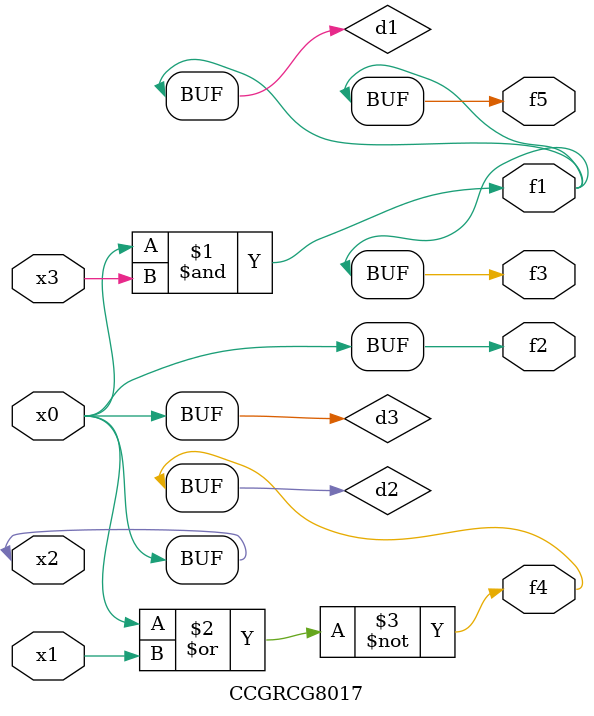
<source format=v>
module CCGRCG8017(
	input x0, x1, x2, x3,
	output f1, f2, f3, f4, f5
);

	wire d1, d2, d3;

	and (d1, x2, x3);
	nor (d2, x0, x1);
	buf (d3, x0, x2);
	assign f1 = d1;
	assign f2 = d3;
	assign f3 = d1;
	assign f4 = d2;
	assign f5 = d1;
endmodule

</source>
